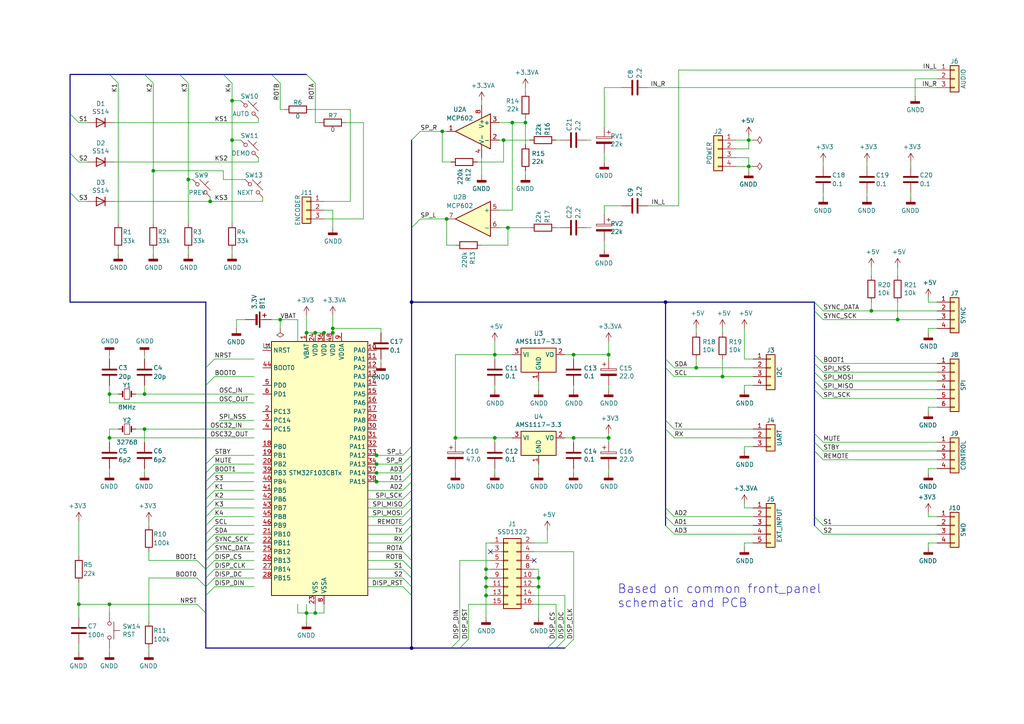
<source format=kicad_sch>
(kicad_sch (version 20230121) (generator eeschema)
  (paper "A4")
  (junction (at 140.97 170.18))
  (junction (at 41.91 124.46))
  (junction (at 96.52 96.52))
  (junction (at 81.28 92.71))
  (junction (at 22.86 175.26))
  (junction (at 41.91 114.3))
  (junction (at 147.32 66.04))
  (junction (at 119.38 87.63))
  (junction (at 132.08 127))
  (junction (at 129.54 63.5))
  (junction (at 176.53 102.87))
  (junction (at 140.97 165.1))
  (junction (at 96.52 95.25))
  (junction (at 217.17 40.64))
  (junction (at 193.04 87.63))
  (junction (at 140.97 172.72))
  (junction (at 252.73 90.17))
  (junction (at 60.96 58.42))
  (junction (at 91.44 96.52))
  (junction (at 67.31 40.64))
  (junction (at 31.75 175.26))
  (junction (at 109.22 139.7))
  (junction (at 140.97 167.64))
  (junction (at 143.51 102.87))
  (junction (at 156.21 167.64))
  (junction (at 156.21 170.18))
  (junction (at 44.45 49.53))
  (junction (at 217.17 48.26))
  (junction (at 260.35 92.71))
  (junction (at 148.59 35.56))
  (junction (at 109.22 132.08))
  (junction (at 31.75 127))
  (junction (at 209.55 109.22))
  (junction (at 128.27 38.1))
  (junction (at 176.53 127))
  (junction (at 166.37 127))
  (junction (at 143.51 127))
  (junction (at 152.4 35.56))
  (junction (at 119.38 187.96))
  (junction (at 109.22 134.62))
  (junction (at 201.93 106.68))
  (junction (at 109.22 137.16))
  (junction (at 54.61 52.07))
  (junction (at 88.9 177.8))
  (junction (at 31.75 114.3))
  (junction (at 146.05 40.64))
  (junction (at 67.31 29.21))
  (junction (at 88.9 96.52))
  (junction (at 166.37 102.87))
  (junction (at 93.98 96.52))
  (junction (at 91.44 177.8))
  (no_connect (at 142.24 160.02))
  (no_connect (at 154.94 162.56))
  (bus_entry (at 236.22 149.86) (size 2.54 2.54))
  (bus_entry (at 78.74 21.59) (size 2.54 2.54))
  (bus_entry (at 116.84 162.56) (size 2.54 2.54))
  (bus_entry (at 193.04 124.46) (size 2.54 2.54))
  (bus_entry (at 193.04 152.4) (size 2.54 2.54))
  (bus_entry (at 130.81 187.96) (size 2.54 -2.54))
  (bus_entry (at 59.69 134.62) (size 2.54 -2.54))
  (bus_entry (at 59.69 157.48) (size 2.54 -2.54))
  (bus_entry (at 121.92 38.1) (size -2.54 2.54))
  (bus_entry (at 57.15 162.56) (size 2.54 2.54))
  (bus_entry (at 59.69 154.94) (size 2.54 -2.54))
  (bus_entry (at 116.84 142.24) (size 2.54 -2.54))
  (bus_entry (at 20.32 55.88) (size 2.54 2.54))
  (bus_entry (at 20.32 33.02) (size 2.54 2.54))
  (bus_entry (at 236.22 128.27) (size 2.54 2.54))
  (bus_entry (at 236.22 113.03) (size 2.54 2.54))
  (bus_entry (at 62.23 104.14) (size -2.54 2.54))
  (bus_entry (at 116.84 165.1) (size 2.54 2.54))
  (bus_entry (at 62.23 147.32) (size -2.54 2.54))
  (bus_entry (at 59.69 137.16) (size 2.54 -2.54))
  (bus_entry (at 116.84 160.02) (size 2.54 2.54))
  (bus_entry (at 64.77 21.59) (size 2.54 2.54))
  (bus_entry (at 236.22 152.4) (size 2.54 2.54))
  (bus_entry (at 59.69 160.02) (size 2.54 -2.54))
  (bus_entry (at 193.04 149.86) (size 2.54 2.54))
  (bus_entry (at 116.84 147.32) (size 2.54 -2.54))
  (bus_entry (at 236.22 102.87) (size 2.54 2.54))
  (bus_entry (at 133.35 187.96) (size 2.54 -2.54))
  (bus_entry (at 62.23 109.22) (size -2.54 2.54))
  (bus_entry (at 236.22 107.95) (size 2.54 2.54))
  (bus_entry (at 236.22 105.41) (size 2.54 2.54))
  (bus_entry (at 59.69 167.64) (size 2.54 -2.54))
  (bus_entry (at 62.23 149.86) (size -2.54 2.54))
  (bus_entry (at 52.07 21.59) (size 2.54 2.54))
  (bus_entry (at 121.92 63.5) (size -2.54 2.54))
  (bus_entry (at 163.83 187.96) (size 2.54 -2.54))
  (bus_entry (at 88.9 21.59) (size 2.54 2.54))
  (bus_entry (at 116.84 137.16) (size 2.54 -2.54))
  (bus_entry (at 116.84 134.62) (size 2.54 -2.54))
  (bus_entry (at 116.84 170.18) (size 2.54 2.54))
  (bus_entry (at 116.84 154.94) (size 2.54 -2.54))
  (bus_entry (at 236.22 130.81) (size 2.54 2.54))
  (bus_entry (at 116.84 157.48) (size 2.54 -2.54))
  (bus_entry (at 59.69 165.1) (size 2.54 -2.54))
  (bus_entry (at 116.84 144.78) (size 2.54 -2.54))
  (bus_entry (at 236.22 125.73) (size 2.54 2.54))
  (bus_entry (at 116.84 167.64) (size 2.54 2.54))
  (bus_entry (at 158.75 187.96) (size 2.54 -2.54))
  (bus_entry (at 193.04 147.32) (size 2.54 2.54))
  (bus_entry (at 41.91 21.59) (size 2.54 2.54))
  (bus_entry (at 62.23 142.24) (size -2.54 2.54))
  (bus_entry (at 62.23 139.7) (size -2.54 2.54))
  (bus_entry (at 31.75 21.59) (size 2.54 2.54))
  (bus_entry (at 62.23 137.16) (size -2.54 2.54))
  (bus_entry (at 20.32 44.45) (size 2.54 2.54))
  (bus_entry (at 59.69 162.56) (size 2.54 -2.54))
  (bus_entry (at 62.23 144.78) (size -2.54 2.54))
  (bus_entry (at 236.22 90.17) (size 2.54 2.54))
  (bus_entry (at 116.84 132.08) (size 2.54 -2.54))
  (bus_entry (at 161.29 187.96) (size 2.54 -2.54))
  (bus_entry (at 59.69 172.72) (size 2.54 -2.54))
  (bus_entry (at 59.69 170.18) (size 2.54 -2.54))
  (bus_entry (at 116.84 139.7) (size 2.54 -2.54))
  (bus_entry (at 193.04 104.14) (size 2.54 2.54))
  (bus_entry (at 57.15 175.26) (size 2.54 2.54))
  (bus_entry (at 116.84 152.4) (size 2.54 -2.54))
  (bus_entry (at 193.04 106.68) (size 2.54 2.54))
  (bus_entry (at 116.84 149.86) (size 2.54 -2.54))
  (bus_entry (at 236.22 87.63) (size 2.54 2.54))
  (bus_entry (at 193.04 121.92) (size 2.54 2.54))
  (bus_entry (at 57.15 167.64) (size 2.54 2.54))
  (bus_entry (at 236.22 110.49) (size 2.54 2.54))
  (wire (pts (xy 139.7 29.21) (xy 139.7 30.48)))
  (bus (pts (xy 119.38 139.7) (xy 119.38 142.24)))
  (wire (pts (xy 81.28 95.25) (xy 81.28 92.71)))
  (wire (pts (xy 60.96 58.42) (xy 76.2 58.42)))
  (wire (pts (xy 175.26 72.39) (xy 175.26 69.85)))
  (bus (pts (xy 119.38 87.63) (xy 119.38 129.54)))
  (wire (pts (xy 22.86 151.13) (xy 22.86 161.29)))
  (bus (pts (xy 119.38 154.94) (xy 119.38 162.56)))
  (wire (pts (xy 31.75 116.84) (xy 73.66 116.84)))
  (bus (pts (xy 236.22 110.49) (xy 236.22 113.03)))
  (wire (pts (xy 213.36 43.18) (xy 217.17 43.18)))
  (wire (pts (xy 218.44 111.76) (xy 215.9 111.76)))
  (bus (pts (xy 119.38 137.16) (xy 119.38 139.7)))
  (wire (pts (xy 154.94 170.18) (xy 156.21 170.18)))
  (wire (pts (xy 176.53 125.73) (xy 176.53 127)))
  (bus (pts (xy 193.04 87.63) (xy 236.22 87.63)))
  (wire (pts (xy 34.29 114.3) (xy 31.75 114.3)))
  (wire (pts (xy 271.78 135.89) (xy 269.24 135.89)))
  (wire (pts (xy 138.43 46.99) (xy 146.05 46.99)))
  (wire (pts (xy 41.91 114.3) (xy 73.66 114.3)))
  (wire (pts (xy 148.59 60.96) (xy 144.78 60.96)))
  (wire (pts (xy 60.96 57.15) (xy 60.96 58.42)))
  (wire (pts (xy 92.71 35.56) (xy 91.44 35.56)))
  (wire (pts (xy 218.44 129.54) (xy 215.9 129.54)))
  (bus (pts (xy 41.91 21.59) (xy 52.07 21.59)))
  (wire (pts (xy 31.75 124.46) (xy 31.75 127)))
  (wire (pts (xy 161.29 175.26) (xy 161.29 185.42)))
  (wire (pts (xy 31.75 102.87) (xy 31.75 104.14)))
  (bus (pts (xy 236.22 107.95) (xy 236.22 110.49)))
  (wire (pts (xy 144.78 35.56) (xy 148.59 35.56)))
  (wire (pts (xy 74.93 45.72) (xy 74.93 46.99)))
  (wire (pts (xy 71.12 52.07) (xy 64.77 52.07)))
  (wire (pts (xy 156.21 110.49) (xy 156.21 113.03)))
  (wire (pts (xy 163.83 127) (xy 166.37 127)))
  (bus (pts (xy 119.38 40.64) (xy 119.38 66.04)))
  (wire (pts (xy 209.55 104.14) (xy 209.55 109.22)))
  (bus (pts (xy 119.38 132.08) (xy 119.38 134.62)))
  (wire (pts (xy 252.73 90.17) (xy 271.78 90.17)))
  (wire (pts (xy 135.89 175.26) (xy 142.24 175.26)))
  (wire (pts (xy 154.94 165.1) (xy 156.21 165.1)))
  (wire (pts (xy 81.28 92.71) (xy 86.36 92.71)))
  (wire (pts (xy 195.58 154.94) (xy 218.44 154.94)))
  (wire (pts (xy 143.51 127) (xy 132.08 127)))
  (wire (pts (xy 116.84 170.18) (xy 106.68 170.18)))
  (wire (pts (xy 34.29 72.39) (xy 34.29 73.66)))
  (wire (pts (xy 43.18 167.64) (xy 43.18 180.34)))
  (wire (pts (xy 154.94 167.64) (xy 156.21 167.64)))
  (bus (pts (xy 130.81 187.96) (xy 133.35 187.96)))
  (wire (pts (xy 269.24 157.48) (xy 269.24 158.75)))
  (wire (pts (xy 217.17 40.64) (xy 218.44 40.64)))
  (wire (pts (xy 73.66 170.18) (xy 62.23 170.18)))
  (wire (pts (xy 73.66 154.94) (xy 62.23 154.94)))
  (bus (pts (xy 236.22 149.86) (xy 236.22 152.4)))
  (wire (pts (xy 41.91 114.3) (xy 41.91 111.76)))
  (bus (pts (xy 20.32 21.59) (xy 20.32 33.02)))
  (wire (pts (xy 195.58 124.46) (xy 218.44 124.46)))
  (bus (pts (xy 31.75 21.59) (xy 41.91 21.59)))
  (bus (pts (xy 52.07 21.59) (xy 64.77 21.59)))
  (wire (pts (xy 142.24 167.64) (xy 140.97 167.64)))
  (wire (pts (xy 128.27 46.99) (xy 128.27 38.1)))
  (wire (pts (xy 128.27 38.1) (xy 121.92 38.1)))
  (bus (pts (xy 158.75 187.96) (xy 161.29 187.96)))
  (wire (pts (xy 101.6 58.42) (xy 101.6 31.75)))
  (bus (pts (xy 59.69 172.72) (xy 59.69 177.8)))
  (bus (pts (xy 119.38 87.63) (xy 193.04 87.63)))
  (wire (pts (xy 74.93 34.29) (xy 74.93 35.56)))
  (wire (pts (xy 143.51 99.06) (xy 143.51 102.87)))
  (wire (pts (xy 67.31 73.66) (xy 67.31 72.39)))
  (wire (pts (xy 64.77 49.53) (xy 64.77 52.07)))
  (bus (pts (xy 119.38 66.04) (xy 119.38 87.63)))
  (wire (pts (xy 100.33 35.56) (xy 105.41 35.56)))
  (wire (pts (xy 44.45 72.39) (xy 44.45 73.66)))
  (wire (pts (xy 76.2 57.15) (xy 76.2 58.42)))
  (wire (pts (xy 271.78 115.57) (xy 238.76 115.57)))
  (bus (pts (xy 236.22 90.17) (xy 236.22 102.87)))
  (bus (pts (xy 193.04 124.46) (xy 193.04 147.32)))
  (wire (pts (xy 271.78 95.25) (xy 269.24 95.25)))
  (wire (pts (xy 143.51 102.87) (xy 143.51 104.14)))
  (wire (pts (xy 139.7 71.12) (xy 147.32 71.12)))
  (wire (pts (xy 156.21 170.18) (xy 156.21 179.07)))
  (wire (pts (xy 269.24 95.25) (xy 269.24 96.52)))
  (wire (pts (xy 73.66 165.1) (xy 62.23 165.1)))
  (wire (pts (xy 110.49 105.41) (xy 110.49 104.14)))
  (wire (pts (xy 148.59 35.56) (xy 152.4 35.56)))
  (wire (pts (xy 215.9 129.54) (xy 215.9 130.81)))
  (wire (pts (xy 152.4 34.29) (xy 152.4 35.56)))
  (bus (pts (xy 193.04 147.32) (xy 193.04 149.86)))
  (wire (pts (xy 209.55 95.25) (xy 209.55 96.52)))
  (wire (pts (xy 67.31 40.64) (xy 69.85 40.64)))
  (wire (pts (xy 34.29 124.46) (xy 31.75 124.46)))
  (wire (pts (xy 22.86 46.99) (xy 25.4 46.99)))
  (bus (pts (xy 133.35 187.96) (xy 158.75 187.96)))
  (wire (pts (xy 44.45 49.53) (xy 44.45 64.77)))
  (wire (pts (xy 105.41 35.56) (xy 105.41 63.5)))
  (wire (pts (xy 73.66 139.7) (xy 62.23 139.7)))
  (wire (pts (xy 93.98 96.52) (xy 91.44 96.52)))
  (bus (pts (xy 119.38 144.78) (xy 119.38 147.32)))
  (wire (pts (xy 81.28 24.13) (xy 81.28 31.75)))
  (wire (pts (xy 264.16 57.15) (xy 264.16 55.88)))
  (wire (pts (xy 271.78 118.11) (xy 269.24 118.11)))
  (bus (pts (xy 59.69 152.4) (xy 59.69 154.94)))
  (wire (pts (xy 22.86 58.42) (xy 25.4 58.42)))
  (wire (pts (xy 133.35 162.56) (xy 133.35 185.42)))
  (wire (pts (xy 215.9 147.32) (xy 215.9 146.05)))
  (wire (pts (xy 238.76 92.71) (xy 260.35 92.71)))
  (bus (pts (xy 161.29 187.96) (xy 163.83 187.96)))
  (bus (pts (xy 59.69 165.1) (xy 59.69 167.64)))
  (wire (pts (xy 129.54 71.12) (xy 129.54 63.5)))
  (wire (pts (xy 116.84 132.08) (xy 109.22 132.08)))
  (wire (pts (xy 73.66 134.62) (xy 62.23 134.62)))
  (bus (pts (xy 59.69 144.78) (xy 59.69 147.32)))
  (wire (pts (xy 31.75 177.8) (xy 31.75 175.26)))
  (wire (pts (xy 44.45 24.13) (xy 44.45 49.53)))
  (wire (pts (xy 143.51 135.89) (xy 143.51 137.16)))
  (wire (pts (xy 110.49 95.25) (xy 96.52 95.25)))
  (wire (pts (xy 209.55 109.22) (xy 218.44 109.22)))
  (wire (pts (xy 154.94 160.02) (xy 166.37 160.02)))
  (wire (pts (xy 96.52 66.04) (xy 96.52 60.96)))
  (wire (pts (xy 271.78 152.4) (xy 238.76 152.4)))
  (wire (pts (xy 22.86 189.23) (xy 22.86 186.69)))
  (wire (pts (xy 271.78 154.94) (xy 238.76 154.94)))
  (wire (pts (xy 109.22 132.08) (xy 106.68 132.08)))
  (bus (pts (xy 119.38 147.32) (xy 119.38 149.86)))
  (wire (pts (xy 143.51 128.27) (xy 143.51 127)))
  (wire (pts (xy 152.4 25.4) (xy 152.4 26.67)))
  (wire (pts (xy 39.37 114.3) (xy 41.91 114.3)))
  (wire (pts (xy 78.74 92.71) (xy 81.28 92.71)))
  (wire (pts (xy 187.96 25.4) (xy 271.78 25.4)))
  (wire (pts (xy 22.86 168.91) (xy 22.86 175.26)))
  (bus (pts (xy 59.69 160.02) (xy 59.69 162.56)))
  (wire (pts (xy 88.9 180.34) (xy 88.9 177.8)))
  (wire (pts (xy 140.97 170.18) (xy 140.97 167.64)))
  (wire (pts (xy 88.9 91.44) (xy 88.9 96.52)))
  (wire (pts (xy 116.84 157.48) (xy 106.68 157.48)))
  (bus (pts (xy 119.38 162.56) (xy 119.38 165.1)))
  (wire (pts (xy 57.15 162.56) (xy 43.18 162.56)))
  (wire (pts (xy 213.36 48.26) (xy 217.17 48.26)))
  (wire (pts (xy 196.85 20.32) (xy 271.78 20.32)))
  (wire (pts (xy 147.32 66.04) (xy 153.67 66.04)))
  (wire (pts (xy 238.76 110.49) (xy 271.78 110.49)))
  (wire (pts (xy 33.02 46.99) (xy 74.93 46.99)))
  (wire (pts (xy 128.27 38.1) (xy 129.54 38.1)))
  (bus (pts (xy 236.22 87.63) (xy 236.22 90.17)))
  (bus (pts (xy 119.38 167.64) (xy 119.38 170.18)))
  (wire (pts (xy 67.31 40.64) (xy 67.31 29.21)))
  (wire (pts (xy 132.08 127) (xy 132.08 128.27)))
  (bus (pts (xy 236.22 113.03) (xy 236.22 125.73)))
  (wire (pts (xy 218.44 104.14) (xy 215.9 104.14)))
  (bus (pts (xy 193.04 87.63) (xy 193.04 104.14)))
  (wire (pts (xy 213.36 40.64) (xy 217.17 40.64)))
  (wire (pts (xy 109.22 137.16) (xy 116.84 137.16)))
  (wire (pts (xy 269.24 118.11) (xy 269.24 119.38)))
  (wire (pts (xy 67.31 40.64) (xy 67.31 64.77)))
  (wire (pts (xy 180.34 25.4) (xy 175.26 25.4)))
  (wire (pts (xy 68.58 92.71) (xy 71.12 92.71)))
  (wire (pts (xy 148.59 35.56) (xy 148.59 60.96)))
  (wire (pts (xy 217.17 48.26) (xy 217.17 49.53)))
  (wire (pts (xy 217.17 48.26) (xy 218.44 48.26)))
  (wire (pts (xy 147.32 71.12) (xy 147.32 66.04)))
  (bus (pts (xy 119.38 165.1) (xy 119.38 167.64)))
  (wire (pts (xy 43.18 162.56) (xy 43.18 160.02)))
  (wire (pts (xy 31.75 127) (xy 31.75 128.27)))
  (bus (pts (xy 59.69 187.96) (xy 119.38 187.96)))
  (wire (pts (xy 91.44 175.26) (xy 91.44 177.8)))
  (wire (pts (xy 238.76 107.95) (xy 271.78 107.95)))
  (wire (pts (xy 143.51 102.87) (xy 148.59 102.87)))
  (wire (pts (xy 91.44 99.06) (xy 91.44 96.52)))
  (wire (pts (xy 116.84 134.62) (xy 109.22 134.62)))
  (wire (pts (xy 176.53 102.87) (xy 176.53 104.14)))
  (wire (pts (xy 140.97 172.72) (xy 140.97 170.18)))
  (bus (pts (xy 193.04 104.14) (xy 193.04 106.68)))
  (bus (pts (xy 59.69 167.64) (xy 59.69 170.18)))
  (bus (pts (xy 59.69 106.68) (xy 59.69 111.76)))
  (wire (pts (xy 166.37 127) (xy 176.53 127)))
  (bus (pts (xy 59.69 139.7) (xy 59.69 142.24)))
  (wire (pts (xy 129.54 63.5) (xy 121.92 63.5)))
  (wire (pts (xy 269.24 135.89) (xy 269.24 137.16)))
  (wire (pts (xy 73.66 157.48) (xy 62.23 157.48)))
  (wire (pts (xy 39.37 124.46) (xy 41.91 124.46)))
  (wire (pts (xy 176.53 127) (xy 176.53 128.27)))
  (wire (pts (xy 217.17 40.64) (xy 217.17 39.37)))
  (wire (pts (xy 91.44 24.13) (xy 91.44 35.56)))
  (wire (pts (xy 201.93 106.68) (xy 218.44 106.68)))
  (wire (pts (xy 195.58 127) (xy 218.44 127)))
  (wire (pts (xy 166.37 111.76) (xy 166.37 113.03)))
  (wire (pts (xy 96.52 95.25) (xy 96.52 96.52)))
  (wire (pts (xy 62.23 142.24) (xy 73.66 142.24)))
  (bus (pts (xy 119.38 134.62) (xy 119.38 137.16)))
  (wire (pts (xy 176.53 111.76) (xy 176.53 113.03)))
  (wire (pts (xy 166.37 104.14) (xy 166.37 102.87)))
  (bus (pts (xy 119.38 129.54) (xy 119.38 132.08)))
  (wire (pts (xy 166.37 102.87) (xy 176.53 102.87)))
  (wire (pts (xy 139.7 50.8) (xy 139.7 45.72)))
  (wire (pts (xy 196.85 20.32) (xy 196.85 59.69)))
  (bus (pts (xy 236.22 128.27) (xy 236.22 130.81)))
  (wire (pts (xy 130.81 46.99) (xy 128.27 46.99)))
  (bus (pts (xy 119.38 170.18) (xy 119.38 172.72)))
  (bus (pts (xy 20.32 21.59) (xy 31.75 21.59)))
  (wire (pts (xy 144.78 66.04) (xy 147.32 66.04)))
  (bus (pts (xy 59.69 87.63) (xy 20.32 87.63)))
  (bus (pts (xy 119.38 187.96) (xy 130.81 187.96)))
  (bus (pts (xy 59.69 149.86) (xy 59.69 152.4)))
  (wire (pts (xy 215.9 111.76) (xy 215.9 113.03)))
  (wire (pts (xy 116.84 149.86) (xy 106.68 149.86)))
  (wire (pts (xy 163.83 102.87) (xy 166.37 102.87)))
  (wire (pts (xy 143.51 113.03) (xy 143.51 111.76)))
  (wire (pts (xy 142.24 165.1) (xy 140.97 165.1)))
  (bus (pts (xy 59.69 147.32) (xy 59.69 149.86)))
  (wire (pts (xy 132.08 127) (xy 132.08 102.87)))
  (bus (pts (xy 59.69 87.63) (xy 59.69 106.68)))
  (wire (pts (xy 218.44 157.48) (xy 215.9 157.48)))
  (bus (pts (xy 119.38 142.24) (xy 119.38 144.78)))
  (wire (pts (xy 271.78 113.03) (xy 238.76 113.03)))
  (wire (pts (xy 86.36 99.06) (xy 86.36 92.71)))
  (wire (pts (xy 251.46 57.15) (xy 251.46 55.88)))
  (wire (pts (xy 271.78 105.41) (xy 238.76 105.41)))
  (wire (pts (xy 54.61 52.07) (xy 54.61 64.77)))
  (wire (pts (xy 271.78 22.86) (xy 265.43 22.86)))
  (wire (pts (xy 269.24 149.86) (xy 269.24 148.59)))
  (wire (pts (xy 106.68 137.16) (xy 109.22 137.16)))
  (wire (pts (xy 271.78 149.86) (xy 269.24 149.86)))
  (wire (pts (xy 162.56 40.64) (xy 161.29 40.64)))
  (bus (pts (xy 78.74 21.59) (xy 88.9 21.59)))
  (wire (pts (xy 88.9 175.26) (xy 88.9 177.8)))
  (wire (pts (xy 133.35 162.56) (xy 142.24 162.56)))
  (wire (pts (xy 215.9 104.14) (xy 215.9 95.25)))
  (wire (pts (xy 166.37 128.27) (xy 166.37 127)))
  (wire (pts (xy 116.84 160.02) (xy 106.68 160.02)))
  (wire (pts (xy 201.93 95.25) (xy 201.93 96.52)))
  (wire (pts (xy 63.5 121.92) (xy 73.66 121.92)))
  (wire (pts (xy 41.91 124.46) (xy 73.66 124.46)))
  (bus (pts (xy 20.32 55.88) (xy 20.32 87.63)))
  (wire (pts (xy 96.52 60.96) (xy 93.98 60.96)))
  (wire (pts (xy 271.78 133.35) (xy 238.76 133.35)))
  (wire (pts (xy 142.24 170.18) (xy 140.97 170.18)))
  (wire (pts (xy 93.98 99.06) (xy 93.98 96.52)))
  (bus (pts (xy 119.38 149.86) (xy 119.38 152.4)))
  (wire (pts (xy 31.75 127) (xy 73.66 127)))
  (wire (pts (xy 238.76 46.99) (xy 238.76 48.26)))
  (bus (pts (xy 59.69 134.62) (xy 59.69 137.16)))
  (wire (pts (xy 54.61 24.13) (xy 54.61 52.07)))
  (wire (pts (xy 116.84 154.94) (xy 106.68 154.94)))
  (wire (pts (xy 154.94 172.72) (xy 163.83 172.72)))
  (bus (pts (xy 59.69 111.76) (xy 59.69 134.62)))
  (wire (pts (xy 238.76 90.17) (xy 252.73 90.17)))
  (bus (pts (xy 20.32 44.45) (xy 20.32 55.88)))
  (wire (pts (xy 135.89 175.26) (xy 135.89 185.42)))
  (bus (pts (xy 236.22 102.87) (xy 236.22 105.41)))
  (wire (pts (xy 93.98 177.8) (xy 91.44 177.8)))
  (wire (pts (xy 31.75 114.3) (xy 31.75 111.76)))
  (wire (pts (xy 142.24 157.48) (xy 140.97 157.48)))
  (wire (pts (xy 73.66 152.4) (xy 62.23 152.4)))
  (wire (pts (xy 22.86 175.26) (xy 31.75 175.26)))
  (wire (pts (xy 109.22 139.7) (xy 116.84 139.7)))
  (bus (pts (xy 193.04 149.86) (xy 193.04 152.4)))
  (bus (pts (xy 193.04 106.68) (xy 193.04 121.92)))
  (wire (pts (xy 62.23 147.32) (xy 73.66 147.32)))
  (bus (pts (xy 193.04 121.92) (xy 193.04 124.46)))
  (wire (pts (xy 215.9 157.48) (xy 215.9 158.75)))
  (wire (pts (xy 175.26 59.69) (xy 175.26 62.23)))
  (wire (pts (xy 156.21 165.1) (xy 156.21 167.64)))
  (bus (pts (xy 119.38 172.72) (xy 119.38 187.96)))
  (wire (pts (xy 73.66 137.16) (xy 62.23 137.16)))
  (wire (pts (xy 201.93 104.14) (xy 201.93 106.68)))
  (bus (pts (xy 236.22 105.41) (xy 236.22 107.95)))
  (wire (pts (xy 41.91 102.87) (xy 41.91 104.14)))
  (bus (pts (xy 119.38 152.4) (xy 119.38 154.94)))
  (wire (pts (xy 41.91 128.27) (xy 41.91 124.46)))
  (wire (pts (xy 43.18 151.13) (xy 43.18 152.4)))
  (wire (pts (xy 73.66 162.56) (xy 62.23 162.56)))
  (wire (pts (xy 33.02 35.56) (xy 74.93 35.56)))
  (wire (pts (xy 91.44 96.52) (xy 88.9 96.52)))
  (wire (pts (xy 109.22 134.62) (xy 106.68 134.62)))
  (wire (pts (xy 88.9 177.8) (xy 86.36 177.8)))
  (wire (pts (xy 73.66 149.86) (xy 62.23 149.86)))
  (wire (pts (xy 25.4 35.56) (xy 22.86 35.56)))
  (wire (pts (xy 41.91 137.16) (xy 41.91 135.89)))
  (wire (pts (xy 91.44 177.8) (xy 88.9 177.8)))
  (wire (pts (xy 260.35 92.71) (xy 271.78 92.71)))
  (wire (pts (xy 217.17 45.72) (xy 217.17 48.26)))
  (wire (pts (xy 116.84 162.56) (xy 106.68 162.56)))
  (wire (pts (xy 116.84 144.78) (xy 106.68 144.78)))
  (wire (pts (xy 90.17 31.75) (xy 101.6 31.75)))
  (wire (pts (xy 57.15 175.26) (xy 31.75 175.26)))
  (wire (pts (xy 54.61 72.39) (xy 54.61 73.66)))
  (wire (pts (xy 31.75 135.89) (xy 31.75 137.16)))
  (bus (pts (xy 59.69 142.24) (xy 59.69 144.78)))
  (wire (pts (xy 154.94 175.26) (xy 161.29 175.26)))
  (wire (pts (xy 93.98 175.26) (xy 93.98 177.8)))
  (wire (pts (xy 116.84 165.1) (xy 106.68 165.1)))
  (wire (pts (xy 260.35 77.47) (xy 260.35 80.01)))
  (wire (pts (xy 140.97 179.07) (xy 140.97 172.72)))
  (wire (pts (xy 175.26 46.99) (xy 175.26 44.45)))
  (wire (pts (xy 152.4 50.8) (xy 152.4 49.53)))
  (wire (pts (xy 187.96 59.69) (xy 196.85 59.69)))
  (wire (pts (xy 162.56 66.04) (xy 161.29 66.04)))
  (wire (pts (xy 132.08 135.89) (xy 132.08 137.16)))
  (wire (pts (xy 43.18 189.23) (xy 43.18 187.96)))
  (wire (pts (xy 110.49 96.52) (xy 110.49 95.25)))
  (wire (pts (xy 68.58 95.25) (xy 68.58 92.71)))
  (wire (pts (xy 73.66 132.08) (xy 62.23 132.08)))
  (wire (pts (xy 217.17 43.18) (xy 217.17 40.64)))
  (wire (pts (xy 106.68 152.4) (xy 116.84 152.4)))
  (wire (pts (xy 269.24 87.63) (xy 269.24 86.36)))
  (wire (pts (xy 271.78 87.63) (xy 269.24 87.63)))
  (wire (pts (xy 140.97 167.64) (xy 140.97 165.1)))
  (wire (pts (xy 33.02 58.42) (xy 60.96 58.42)))
  (wire (pts (xy 57.15 167.64) (xy 43.18 167.64)))
  (wire (pts (xy 146.05 46.99) (xy 146.05 40.64)))
  (wire (pts (xy 252.73 87.63) (xy 252.73 90.17)))
  (wire (pts (xy 166.37 135.89) (xy 166.37 137.16)))
  (bus (pts (xy 59.69 162.56) (xy 59.69 165.1)))
  (wire (pts (xy 176.53 99.06) (xy 176.53 102.87)))
  (wire (pts (xy 271.78 130.81) (xy 238.76 130.81)))
  (wire (pts (xy 67.31 29.21) (xy 69.85 29.21)))
  (wire (pts (xy 31.75 116.84) (xy 31.75 114.3)))
  (wire (pts (xy 271.78 128.27) (xy 238.76 128.27)))
  (wire (pts (xy 264.16 46.99) (xy 264.16 48.26)))
  (bus (pts (xy 59.69 154.94) (xy 59.69 157.48)))
  (wire (pts (xy 195.58 152.4) (xy 218.44 152.4)))
  (bus (pts (xy 59.69 170.18) (xy 59.69 172.72)))
  (wire (pts (xy 175.26 25.4) (xy 175.26 36.83)))
  (wire (pts (xy 140.97 165.1) (xy 140.97 157.48)))
  (wire (pts (xy 22.86 179.07) (xy 22.86 175.26)))
  (wire (pts (xy 166.37 160.02) (xy 166.37 185.42)))
  (bus (pts (xy 236.22 130.81) (xy 236.22 149.86)))
  (wire (pts (xy 195.58 109.22) (xy 209.55 109.22)))
  (wire (pts (xy 143.51 127) (xy 148.59 127)))
  (wire (pts (xy 213.36 45.72) (xy 217.17 45.72)))
  (bus (pts (xy 20.32 33.02) (xy 20.32 44.45)))
  (wire (pts (xy 171.45 40.64) (xy 170.18 40.64)))
  (wire (pts (xy 106.68 139.7) (xy 109.22 139.7)))
  (wire (pts (xy 156.21 134.62) (xy 156.21 137.16)))
  (wire (pts (xy 82.55 31.75) (xy 81.28 31.75)))
  (wire (pts (xy 251.46 46.99) (xy 251.46 48.26)))
  (wire (pts (xy 106.68 142.24) (xy 116.84 142.24)))
  (wire (pts (xy 146.05 40.64) (xy 153.67 40.64)))
  (bus (pts (xy 59.69 137.16) (xy 59.69 139.7)))
  (wire (pts (xy 163.83 172.72) (xy 163.83 185.42)))
  (wire (pts (xy 156.21 167.64) (xy 156.21 170.18)))
  (wire (pts (xy 195.58 149.86) (xy 218.44 149.86)))
  (wire (pts (xy 271.78 157.48) (xy 269.24 157.48)))
  (wire (pts (xy 265.43 22.86) (xy 265.43 27.94)))
  (wire (pts (xy 93.98 63.5) (xy 105.41 63.5)))
  (wire (pts (xy 93.98 58.42) (xy 101.6 58.42)))
  (bus (pts (xy 64.77 21.59) (xy 78.74 21.59)))
  (wire (pts (xy 96.52 96.52) (xy 96.52 99.06)))
  (wire (pts (xy 158.75 157.48) (xy 158.75 153.67)))
  (wire (pts (xy 260.35 87.63) (xy 260.35 92.71)))
  (wire (pts (xy 132.08 71.12) (xy 129.54 71.12)))
  (wire (pts (xy 132.08 102.87) (xy 143.51 102.87)))
  (bus (pts (xy 59.69 177.8) (xy 59.69 187.96)))
  (wire (pts (xy 86.36 177.8) (xy 86.36 175.26)))
  (wire (pts (xy 67.31 29.21) (xy 67.31 24.13)))
  (wire (pts (xy 73.66 160.02) (xy 62.23 160.02)))
  (wire (pts (xy 73.66 167.64) (xy 62.23 167.64)))
  (wire (pts (xy 154.94 157.48) (xy 158.75 157.48)))
  (wire (pts (xy 176.53 135.89) (xy 176.53 137.16)))
  (wire (pts (xy 88.9 96.52) (xy 88.9 99.06)))
  (bus (pts (xy 236.22 125.73) (xy 236.22 128.27)))
  (wire (pts (xy 96.52 91.44) (xy 96.52 95.25)))
  (wire (pts (xy 73.66 104.14) (xy 62.23 104.14)))
  (wire (pts (xy 34.29 24.13) (xy 34.29 64.77)))
  (wire (pts (xy 31.75 189.23) (xy 31.75 187.96)))
  (wire (pts (xy 55.88 52.07) (xy 54.61 52.07)))
  (wire (pts (xy 44.45 49.53) (xy 64.77 49.53)))
  (wire (pts (xy 252.73 77.47) (xy 252.73 80.01)))
  (wire (pts (xy 116.84 147.32) (xy 106.68 147.32)))
  (bus (pts (xy 59.69 157.48) (xy 59.69 160.02)))
  (wire (pts (xy 144.78 40.64) (xy 146.05 40.64)))
  (wire (pts (xy 73.66 144.78) (xy 62.23 144.78)))
  (wire (pts (xy 142.24 172.72) (xy 140.97 172.72)))
  (wire (pts (xy 171.45 66.04) (xy 170.18 66.04)))
  (wire (pts (xy 238.76 57.15) (xy 238.76 55.88)))
  (wire (pts (xy 218.44 147.32) (xy 215.9 147.32)))
  (wire (pts (xy 152.4 35.56) (xy 152.4 41.91)))
  (wire (pts (xy 195.58 106.68) (xy 201.93 106.68)))
  (wire (pts (xy 73.66 109.22) (xy 62.23 109.22)))
  (wire (pts (xy 116.84 167.64) (xy 106.68 167.64)))
  (wire (pts (xy 180.34 59.69) (xy 175.26 59.69)))
  (text "Based on common front_panel\nschematic and PCB" (at 179.07 176.53 0) (effects (font (size 2.54 2.54)) (justify left bottom)))
  (label "REMOTE" (at 238.76 133.35 0))
  (label "S2" (at 22.86 46.99 0))
  (label "DISP_CS" (at 161.29 185.42 90))
  (label "KS3" (at 62.23 58.42 0))
  (label "RX" (at 195.58 127 0))
  (label "STBY" (at 238.76 130.81 0))
  (label "DISP_RST" (at 135.89 185.42 90))
  (label "RX" (at 116.84 157.48 180))
  (label "REMOTE" (at 116.84 152.4 180))
  (label "VBAT" (at 81.28 92.71 0))
  (label "STBY" (at 62.23 132.08 0))
  (label "IN_R" (at 193.04 25.4 180))
  (label "DISP_DIN" (at 62.23 170.18 0))
  (label "NRST" (at 62.23 104.14 0))
  (label "DISP_RST" (at 116.84 170.18 180))
  (label "BOOT0" (at 62.23 109.22 0))
  (label "IN_L" (at 193.04 59.69 180))
  (label "AD2" (at 116.84 142.24 180))
  (label "OSC32_IN" (at 60.96 124.46 0))
  (label "KS1" (at 62.23 35.56 0))
  (label "SPI_MISO" (at 116.84 147.32 180))
  (label "MUTE" (at 62.23 134.62 0))
  (label "SP_L" (at 116.84 132.08 180))
  (label "KS2" (at 62.23 46.99 0))
  (label "K2" (at 62.23 144.78 0))
  (label "NRST" (at 57.15 175.26 180))
  (label "S2" (at 238.76 154.94 0))
  (label "SPI_MOSI" (at 238.76 110.49 0))
  (label "SPI_MISO" (at 238.76 113.03 0))
  (label "OSC_IN" (at 63.5 114.3 0))
  (label "TX" (at 195.58 124.46 0))
  (label "IN_L" (at 271.78 20.32 180))
  (label "SPI_SCK" (at 238.76 115.57 0))
  (label "SPI_MOSI" (at 116.84 149.86 180))
  (label "ROTA" (at 91.44 24.13 270))
  (label "SPI_NSS" (at 63.5 121.92 0))
  (label "SYNC_DATA" (at 62.23 160.02 0))
  (label "SDA" (at 62.23 154.94 0))
  (label "SP_L" (at 121.92 63.5 0))
  (label "SPI_NSS" (at 238.76 107.95 0))
  (label "AD3" (at 116.84 137.16 180))
  (label "K4" (at 62.23 149.86 0))
  (label "DISP_DC" (at 163.83 185.42 90))
  (label "S3" (at 22.86 58.42 0))
  (label "SYNC_SCK" (at 238.76 92.71 0))
  (label "K4" (at 67.31 24.13 270))
  (label "DISP_DC" (at 62.23 167.64 0))
  (label "ROTB" (at 116.84 162.56 180))
  (label "SPI_SCK" (at 116.84 144.78 180))
  (label "BOOT1" (at 238.76 105.41 0))
  (label "DISP_CLK" (at 62.23 165.1 0))
  (label "AD2" (at 195.58 149.86 0))
  (label "K3" (at 62.23 147.32 0))
  (label "ROTA" (at 116.84 160.02 180))
  (label "SDA" (at 195.58 106.68 0))
  (label "TX" (at 116.84 154.94 180))
  (label "AD1" (at 116.84 139.7 180))
  (label "S1" (at 238.76 152.4 0))
  (label "BOOT1" (at 62.23 137.16 0))
  (label "SYNC_DATA" (at 238.76 90.17 0))
  (label "K3" (at 54.61 24.13 270))
  (label "MUTE" (at 238.76 128.27 0))
  (label "SCL" (at 195.58 109.22 0))
  (label "SP_R" (at 116.84 134.62 180))
  (label "SCL" (at 62.23 152.4 0))
  (label "AD1" (at 195.58 152.4 0))
  (label "DISP_DIN" (at 133.35 185.42 90))
  (label "S1" (at 22.86 35.56 0))
  (label "S3" (at 62.23 139.7 0))
  (label "AD3" (at 195.58 154.94 0))
  (label "BOOT1" (at 57.15 162.56 180))
  (label "SP_R" (at 121.92 38.1 0))
  (label "S1" (at 116.84 165.1 180))
  (label "OSC32_OUT" (at 60.96 127 0))
  (label "DISP_CLK" (at 166.37 185.42 90))
  (label "K1" (at 62.23 142.24 0))
  (label "IN_R" (at 271.78 25.4 180))
  (label "OSC_OUT" (at 63.5 116.84 0))
  (label "K1" (at 34.29 24.13 270))
  (label "S2" (at 116.84 167.64 180))
  (label "K2" (at 44.45 24.13 270))
  (label "BOOT0" (at 57.15 167.64 180))
  (label "SYNC_SCK" (at 62.23 157.48 0))
  (label "ROTB" (at 81.28 24.13 270))
  (label "DISP_CS" (at 62.23 162.56 0))
  (symbol (lib_id "Switch:SW_Push_45deg") (at 72.39 31.75 0) (unit 1)
    (property "Reference" "SW10" (at 72.39 27.94 0))
    (property "Value" "AUTO" (at 69.85 33.02 0))
    (property "Footprint" "Button_Switch_THT:SW_PUSH_6mm" (effects hide))
  )
  (symbol (lib_id "Switch:SW_Push_45deg") (at 72.39 43.18 0) (unit 1)
    (property "Reference" "SW11" (at 72.39 39.37 0))
    (property "Value" "DEMO" (at 69.85 44.45 0))
    (property "Footprint" "Button_Switch_THT:SW_PUSH_6mm" (effects hide))
  )
  (symbol (lib_id "Switch:SW_Push_45deg") (at 73.66 54.61 0) (unit 1)
    (property "Reference" "SW13" (at 73.66 50.8 0))
    (property "Value" "NEXT" (at 71.12 55.88 0))
    (property "Footprint" "Button_Switch_THT:SW_PUSH_6mm" (effects hide))
  )
  (symbol (lib_id "Connector_Generic:Conn_01x03") (at 276.86 22.86 0) (unit 1)
    (property "Reference" "J6" (at 276.86 17.78 0))
    (property "Value" "AUDIO" (at 279.4 22.86 90))
    (property "Footprint" "Connector_JST:JST_EH_B3B-EH-A_1x03_P2.50mm_Vertical" (effects hide))
  )
  (symbol (lib_id "MCU_ST_STM32F1:STM32F103CBTx") (at 91.44 137.16 0) (unit 1)
    (property "Reference" "U1" (at 77.47 100.33 0))
    (property "Value" "STM32F103CBTx" (at 91.44 137.16 0))
    (property "Footprint" "Package_QFP:LQFP-48_7x7mm_P0.5mm" (effects hide))
    (property "Datasheet" "http://www.st.com/st-web-ui/static/active/en/resource/technical/document/datasheet/DM00058181.pdf" (effects hide))
  )
  (symbol (lib_id "power:PWR_FLAG") (at 218.44 40.64 270) (unit 1)
    (property "Reference" "#FLG0101" (effects hide))
    (property "Value" "PWR_FLAG" (effects hide))
  )
  (symbol (lib_id "Device:R") (at 260.35 83.82 0) (unit 1)
    (property "Reference" "R21" (at 262.128 82.6516 0) (effects (justify left)))
    (property "Value" "10k" (at 262.128 84.963 0) (effects (justify left)))
    (property "Footprint" "Resistor_SMD:R_1206_3216Metric_Pad1.30x1.75mm_HandSolder" (effects hide))
  )
  (symbol (lib_id "power:PWR_FLAG") (at 218.44 48.26 270) (unit 1)
    (property "Reference" "#FLG0102" (effects hide))
    (property "Value" "PWR_FLAG" (effects hide))
  )
  (symbol (lib_id "Device:R") (at 252.73 83.82 0) (unit 1)
    (property "Reference" "R20" (at 254.508 82.6516 0) (effects (justify left)))
    (property "Value" "10k" (at 254.508 84.963 0) (effects (justify left)))
    (property "Footprint" "Resistor_SMD:R_1206_3216Metric_Pad1.30x1.75mm_HandSolder" (effects hide))
  )
  (symbol (lib_id "power:+5V") (at 252.73 77.47 0) (unit 1)
    (property "Reference" "#PWR032" (effects hide))
    (property "Value" "+5V" (at 253.111 73.0758 0))
  )
  (symbol (lib_id "power:+5V") (at 260.35 77.47 0) (unit 1)
    (property "Reference" "#PWR033" (effects hide))
    (property "Value" "+5V" (at 260.731 73.0758 0))
  )
  (symbol (lib_id "power:GNDD") (at 88.9 180.34 0) (mirror y) (unit 1)
    (property "Reference" "#PWR012" (effects hide))
    (property "Value" "GNDD" (at 88.7984 184.277 0))
  )
  (symbol (lib_id "power:+3V3") (at 88.9 91.44 0) (mirror y) (unit 1)
    (property "Reference" "#PWR013" (effects hide))
    (property "Value" "+3V3" (at 88.519 87.0458 0))
  )
  (symbol (lib_id "Device:Crystal_Small") (at 36.83 124.46 0) (unit 1)
    (property "Reference" "Y2" (at 36.83 121.92 0))
    (property "Value" "32768" (at 36.83 128.27 0))
    (property "Footprint" "Crystal:Crystal_C38-LF_D3.0mm_L8.0mm_Vertical" (effects hide))
  )
  (symbol (lib_id "Device:Battery_Cell") (at 73.66 92.71 270) (mirror x) (unit 1)
    (property "Reference" "BT1" (at 76.0984 89.7128 0) (effects (justify left)))
    (property "Value" "3.3V" (at 73.787 89.7128 0) (effects (justify left)))
    (property "Footprint" "h-ms1110:CR1220" (effects hide))
  )
  (symbol (lib_id "Amplifier_Operational:MCP602") (at 137.16 38.1 0) (mirror y) (unit 1)
    (property "Reference" "U2" (at 133.35 31.75 0))
    (property "Value" "MCP602" (at 133.35 34.29 0))
    (property "Footprint" "Package_SO:SOIC-8_3.9x4.9mm_P1.27mm" (effects hide))
    (property "Datasheet" "http://ww1.microchip.com/downloads/en/DeviceDoc/21314g.pdf" (effects hide))
  )
  (symbol (lib_id "Amplifier_Operational:MCP602") (at 137.16 63.5 0) (mirror y) (unit 2)
    (property "Reference" "U2" (at 133.35 57.15 0))
    (property "Value" "MCP602" (at 133.35 59.69 0))
    (property "Footprint" "Package_SO:SOIC-8_3.9x4.9mm_P1.27mm" (effects hide))
    (property "Datasheet" "http://ww1.microchip.com/downloads/en/DeviceDoc/21314g.pdf" (effects hide))
  )
  (symbol (lib_id "Device:R") (at 152.4 45.72 0) (unit 1)
    (property "Reference" "R15" (at 154.178 44.5516 0) (effects (justify left)))
    (property "Value" "22k" (at 154.178 46.863 0) (effects (justify left)))
    (property "Footprint" "Resistor_SMD:R_1206_3216Metric_Pad1.30x1.75mm_HandSolder" (effects hide))
  )
  (symbol (lib_id "Device:R") (at 157.48 40.64 270) (mirror x) (unit 1)
    (property "Reference" "R16" (at 158.75 39.37 0) (effects (justify left)))
    (property "Value" "22k" (at 156.21 39.37 0) (effects (justify left)))
    (property "Footprint" "Resistor_SMD:R_1206_3216Metric_Pad1.30x1.75mm_HandSolder" (effects hide))
  )
  (symbol (lib_id "power:GNDD") (at 152.4 50.8 0) (mirror y) (unit 1)
    (property "Reference" "#PWR0106" (effects hide))
    (property "Value" "GNDD" (at 152.2984 54.737 0))
  )
  (symbol (lib_id "Device:R") (at 134.62 46.99 270) (unit 1)
    (property "Reference" "R12" (at 135.7884 48.768 0) (effects (justify left)))
    (property "Value" "220k" (at 133.477 48.768 0) (effects (justify left)))
    (property "Footprint" "Resistor_SMD:R_1206_3216Metric_Pad1.30x1.75mm_HandSolder" (effects hide))
  )
  (symbol (lib_id "Device:R") (at 157.48 66.04 270) (mirror x) (unit 1)
    (property "Reference" "R17" (at 158.75 64.77 0) (effects (justify left)))
    (property "Value" "22k" (at 156.21 64.77 0) (effects (justify left)))
    (property "Footprint" "Resistor_SMD:R_1206_3216Metric_Pad1.30x1.75mm_HandSolder" (effects hide))
  )
  (symbol (lib_id "Device:R") (at 135.89 71.12 270) (unit 1)
    (property "Reference" "R13" (at 137.0584 72.898 0) (effects (justify left)))
    (property "Value" "220k" (at 134.747 72.898 0) (effects (justify left)))
    (property "Footprint" "Resistor_SMD:R_1206_3216Metric_Pad1.30x1.75mm_HandSolder" (effects hide))
  )
  (symbol (lib_id "Device:C_Polarized") (at 175.26 40.64 0) (mirror y) (unit 1)
    (property "Reference" "RV1" (at 177.038 39.4716 0) (effects (justify right)))
    (property "Value" "22k" (at 177.038 41.783 0) (effects (justify right)))
    (property "Footprint" "Potentiometer_THT:Potentiometer_Piher_PT-6-V_Vertical" (effects hide))
  )
  (symbol (lib_id "power:GNDD") (at 175.26 46.99 0) (mirror y) (unit 1)
    (property "Reference" "#PWR0107" (effects hide))
    (property "Value" "GNDD" (at 175.1584 50.927 0))
  )
  (symbol (lib_id "Device:C_Polarized") (at 175.26 66.04 0) (mirror y) (unit 1)
    (property "Reference" "RV2" (at 177.038 64.8716 0) (effects (justify right)))
    (property "Value" "22k" (at 177.038 67.183 0) (effects (justify right)))
    (property "Footprint" "Potentiometer_THT:Potentiometer_Piher_PT-6-V_Vertical" (effects hide))
  )
  (symbol (lib_id "power:GNDD") (at 175.26 72.39 0) (mirror y) (unit 1)
    (property "Reference" "#PWR0108" (effects hide))
    (property "Value" "GNDD" (at 175.1584 76.327 0))
  )
  (symbol (lib_id "Device:R") (at 152.4 30.48 0) (mirror y) (unit 1)
    (property "Reference" "R14" (at 150.622 29.3116 0) (effects (justify left)))
    (property "Value" "22k" (at 150.622 31.623 0) (effects (justify left)))
    (property "Footprint" "Resistor_SMD:R_1206_3216Metric_Pad1.30x1.75mm_HandSolder" (effects hide))
  )
  (symbol (lib_id "Amplifier_Operational:MCP602") (at 137.16 38.1 0) (mirror y) (unit 3)
    (property "Reference" "U2" (effects hide))
    (property "Value" "MCP602" (effects hide))
    (property "Footprint" "Package_SO:SOIC-8_3.9x4.9mm_P1.27mm" (effects hide))
    (property "Datasheet" "http://ww1.microchip.com/downloads/en/DeviceDoc/21314g.pdf" (effects hide))
  )
  (symbol (lib_id "power:GNDD") (at 139.7 50.8 0) (mirror y) (unit 1)
    (property "Reference" "#PWR0111" (effects hide))
    (property "Value" "GNDD" (at 139.5984 54.737 0))
  )
  (symbol (lib_id "Connector_Generic:Conn_01x04") (at 276.86 152.4 0) (unit 1)
    (property "Reference" "J10" (at 276.86 147.32 0))
    (property "Value" "SWD" (at 279.4 153.67 90))
    (property "Footprint" "Connector_JST:JST_EH_B4B-EH-A_1x04_P2.50mm_Vertical" (effects hide))
  )
  (symbol (lib_id "power:GNDD") (at 269.24 158.75 0) (mirror y) (unit 1)
    (property "Reference" "#PWR0138" (effects hide))
    (property "Value" "GNDD" (at 269.1384 162.687 0))
  )
  (symbol (lib_id "Device:R") (at 209.55 100.33 0) (unit 1)
    (property "Reference" "R19" (at 211.328 99.1616 0) (effects (justify left)))
    (property "Value" "10k" (at 211.328 101.473 0) (effects (justify left)))
    (property "Footprint" "Resistor_SMD:R_1206_3216Metric_Pad1.30x1.75mm_HandSolder" (effects hide))
  )
  (symbol (lib_id "Device:R") (at 201.93 100.33 0) (unit 1)
    (property "Reference" "R18" (at 203.708 99.1616 0) (effects (justify left)))
    (property "Value" "10k" (at 203.708 101.473 0) (effects (justify left)))
    (property "Footprint" "Resistor_SMD:R_1206_3216Metric_Pad1.30x1.75mm_HandSolder" (effects hide))
  )
  (symbol (lib_id "power:+5V") (at 201.93 95.25 0) (unit 1)
    (property "Reference" "#PWR03" (effects hide))
    (property "Value" "+5V" (at 202.311 90.8558 0))
  )
  (symbol (lib_id "power:+5V") (at 209.55 95.25 0) (unit 1)
    (property "Reference" "#PWR016" (effects hide))
    (property "Value" "+5V" (at 209.931 90.8558 0))
  )
  (symbol (lib_id "Switch:SW_Push_45deg") (at 58.42 54.61 0) (unit 1)
    (property "Reference" "SW9" (at 58.42 50.8 0))
    (property "Value" "PREV" (at 57.15 55.88 0))
    (property "Footprint" "Button_Switch_THT:SW_PUSH_6mm" (effects hide))
  )
  (symbol (lib_id "power:PWR_FLAG") (at 81.28 95.25 180) (unit 1)
    (property "Reference" "#FLG0103" (effects hide))
    (property "Value" "PWR_FLAG" (effects hide))
  )
  (symbol (lib_id "Regulator_Linear:AMS1117-3.3") (at 156.21 127 0) (unit 1)
    (property "Reference" "U4" (at 156.21 120.8532 0))
    (property "Value" "AMS1117-3.3" (at 156.21 123.1646 0))
    (property "Footprint" "Package_TO_SOT_SMD:SOT-223-3_TabPin2" (effects hide))
    (property "Datasheet" "http://www.advanced-monolithic.com/pdf/ds1117.pdf" (effects hide))
  )
  (symbol (lib_id "power:+3V3") (at 176.53 125.73 0) (unit 1)
    (property "Reference" "#PWR0122" (effects hide))
    (property "Value" "+3V3" (at 176.911 121.3358 0))
  )
  (symbol (lib_id "power:GNDD") (at 156.21 137.16 0) (unit 1)
    (property "Reference" "#PWR0121" (effects hide))
    (property "Value" "GNDD" (at 156.3116 141.097 0))
  )
  (symbol (lib_id "Device:C") (at 143.51 132.08 180) (unit 1)
    (property "Reference" "C12" (at 146.431 130.9116 0) (effects (justify right)))
    (property "Value" "0.1" (at 146.431 133.223 0) (effects (justify right)))
    (property "Footprint" "Capacitor_SMD:C_1206_3216Metric_Pad1.33x1.80mm_HandSolder" (effects hide))
  )
  (symbol (lib_id "Device:C_Polarized") (at 132.08 132.08 0) (unit 1)
    (property "Reference" "C10" (at 135.0772 130.9116 0) (effects (justify left)))
    (property "Value" "47.0" (at 135.0772 133.223 0) (effects (justify left)))
    (property "Footprint" "Capacitor_Tantalum_SMD:CP_EIA-6032-28_Kemet-C" (effects hide))
  )
  (symbol (lib_id "Device:C") (at 166.37 132.08 180) (unit 1)
    (property "Reference" "C14" (at 169.291 130.9116 0) (effects (justify right)))
    (property "Value" "0.1" (at 169.291 133.223 0) (effects (justify right)))
    (property "Footprint" "Capacitor_SMD:C_1206_3216Metric_Pad1.33x1.80mm_HandSolder" (effects hide))
  )
  (symbol (lib_id "Device:C_Polarized") (at 176.53 132.08 0) (unit 1)
    (property "Reference" "C16" (at 179.5272 130.9116 0) (effects (justify left)))
    (property "Value" "22.0" (at 179.5272 133.223 0) (effects (justify left)))
    (property "Footprint" "Capacitor_Tantalum_SMD:CP_EIA-6032-28_Kemet-C" (effects hide))
  )
  (symbol (lib_id "power:+3.3VA") (at 176.53 99.06 0) (unit 1)
    (property "Reference" "#PWR0118" (effects hide))
    (property "Value" "+3.3VA" (at 176.911 94.6658 0))
  )
  (symbol (lib_id "power:+3.3VA") (at 139.7 29.21 0) (unit 1)
    (property "Reference" "#PWR0109" (effects hide))
    (property "Value" "+3.3VA" (at 140.081 24.8158 0))
  )
  (symbol (lib_id "power:+3.3VA") (at 152.4 25.4 0) (unit 1)
    (property "Reference" "#PWR0110" (effects hide))
    (property "Value" "+3.3VA" (at 152.781 21.0058 0))
  )
  (symbol (lib_id "Regulator_Linear:AMS1117-3.3") (at 156.21 102.87 0) (unit 1)
    (property "Reference" "U3" (at 156.21 96.7232 0))
    (property "Value" "AMS1117-3.3" (at 156.21 99.0346 0))
    (property "Footprint" "Package_TO_SOT_SMD:SOT-223-3_TabPin2" (effects hide))
    (property "Datasheet" "http://www.advanced-monolithic.com/pdf/ds1117.pdf" (effects hide))
  )
  (symbol (lib_id "power:+5V") (at 143.51 99.06 0) (unit 1)
    (property "Reference" "#PWR0120" (effects hide))
    (property "Value" "+5V" (at 143.891 94.6658 0))
  )
  (symbol (lib_id "power:GNDD") (at 156.21 113.03 0) (unit 1)
    (property "Reference" "#PWR0119" (effects hide))
    (property "Value" "GNDD" (at 156.3116 116.967 0))
  )
  (symbol (lib_id "Device:C") (at 166.37 107.95 180) (unit 1)
    (property "Reference" "C13" (at 169.291 106.7816 0) (effects (justify right)))
    (property "Value" "0.1" (at 169.291 109.093 0) (effects (justify right)))
    (property "Footprint" "Capacitor_SMD:C_1206_3216Metric_Pad1.33x1.80mm_HandSolder" (effects hide))
  )
  (symbol (lib_id "Device:C_Polarized") (at 176.53 107.95 0) (unit 1)
    (property "Reference" "C15" (at 179.5272 106.7816 0) (effects (justify left)))
    (property "Value" "22.0" (at 179.5272 109.093 0) (effects (justify left)))
    (property "Footprint" "Capacitor_Tantalum_SMD:CP_EIA-6032-28_Kemet-C" (effects hide))
  )
  (symbol (lib_id "power:+5V") (at 215.9 95.25 0) (unit 1)
    (property "Reference" "#PWR031" (effects hide))
    (property "Value" "+5V" (at 216.281 90.8558 0))
  )
  (symbol (lib_id "Device:D") (at 29.21 35.56 180) (unit 1)
    (property "Reference" "D1" (at 29.21 30.0736 0))
    (property "Value" "SS14" (at 29.21 32.385 0))
    (property "Footprint" "Diode_SMD:D_SMA_Handsoldering" (effects hide))
  )
  (symbol (lib_id "Device:D") (at 29.21 46.99 180) (unit 1)
    (property "Reference" "D2" (at 29.21 41.5036 0))
    (property "Value" "SS14" (at 29.21 43.815 0))
    (property "Footprint" "Diode_SMD:D_SMA_Handsoldering" (effects hide))
  )
  (symbol (lib_id "Device:D") (at 29.21 58.42 180) (unit 1)
    (property "Reference" "D3" (at 29.21 52.9336 0))
    (property "Value" "SS14" (at 29.21 55.245 0))
    (property "Footprint" "Diode_SMD:D_SMA_Handsoldering" (effects hide))
  )
  (symbol (lib_id "power:+3V3") (at 269.24 148.59 0) (mirror y) (unit 1)
    (property "Reference" "#PWR029" (effects hide))
    (property "Value" "+3V3" (at 268.859 144.1958 0))
  )
  (symbol (lib_id "power:GNDD") (at 34.29 73.66 0) (unit 1)
    (property "Reference" "#PWR0134" (effects hide))
    (property "Value" "GNDD" (at 34.3916 77.597 0))
  )
  (symbol (lib_id "power:GNDD") (at 44.45 73.66 0) (unit 1)
    (property "Reference" "#PWR0135" (effects hide))
    (property "Value" "GNDD" (at 44.5516 77.597 0))
  )
  (symbol (lib_id "power:GNDD") (at 54.61 73.66 0) (unit 1)
    (property "Reference" "#PWR0136" (effects hide))
    (property "Value" "GNDD" (at 54.7116 77.597 0))
  )
  (symbol (lib_id "power:+3.3VA") (at 96.52 91.44 0) (unit 1)
    (property "Reference" "#PWR0117" (effects hide))
    (property "Value" "+3.3VA" (at 96.901 87.0458 0))
  )
  (symbol (lib_id "Device:R") (at 34.29 68.58 0) (unit 1)
    (property "Reference" "R1" (at 35.56 67.31 0) (effects (justify left)))
    (property "Value" "33k" (at 35.56 69.85 0) (effects (justify left)))
    (property "Footprint" "Resistor_SMD:R_1206_3216Metric_Pad1.30x1.75mm_HandSolder" (effects hide))
  )
  (symbol (lib_id "Device:R") (at 44.45 68.58 0) (unit 1)
    (property "Reference" "R2" (at 45.72 67.31 0) (effects (justify left)))
    (property "Value" "33k" (at 45.72 69.85 0) (effects (justify left)))
    (property "Footprint" "Resistor_SMD:R_1206_3216Metric_Pad1.30x1.75mm_HandSolder" (effects hide))
  )
  (symbol (lib_id "Device:R") (at 54.61 68.58 0) (unit 1)
    (property "Reference" "R3" (at 55.88 67.31 0) (effects (justify left)))
    (property "Value" "33k" (at 55.88 69.85 0) (effects (justify left)))
    (property "Footprint" "Resistor_SMD:R_1206_3216Metric_Pad1.30x1.75mm_HandSolder" (effects hide))
  )
  (symbol (lib_id "Device:R") (at 96.52 35.56 270) (unit 1)
    (property "Reference" "R7" (at 96.52 34.29 90) (effects (justify bottom)))
    (property "Value" "0" (at 96.52 36.83 90) (effects (justify top)))
    (property "Footprint" "Resistor_SMD:R_1206_3216Metric_Pad1.30x1.75mm_HandSolder" (effects hide))
  )
  (symbol (lib_id "Device:R") (at 86.36 31.75 270) (unit 1)
    (property "Reference" "R6" (at 86.36 30.48 90) (effects (justify bottom)))
    (property "Value" "0" (at 86.36 33.02 90) (effects (justify top)))
    (property "Footprint" "Resistor_SMD:R_1206_3216Metric_Pad1.30x1.75mm_HandSolder" (effects hide))
  )
  (symbol (lib_id "Device:C") (at 143.51 107.95 180) (unit 1)
    (property "Reference" "C11" (at 146.431 106.7816 0) (effects (justify right)))
    (property "Value" "0.1" (at 146.431 109.093 0) (effects (justify right)))
    (property "Footprint" "Capacitor_SMD:C_1206_3216Metric_Pad1.33x1.80mm_HandSolder" (effects hide))
  )
  (symbol (lib_id "power:GNDD") (at 265.43 27.94 0) (unit 1)
    (property "Reference" "#PWR022" (effects hide))
    (property "Value" "GNDD" (at 265.5316 31.877 0))
  )
  (symbol (lib_id "Device:R") (at 67.31 68.58 0) (unit 1)
    (property "Reference" "R4" (at 68.58 67.31 0) (effects (justify left)))
    (property "Value" "33k" (at 68.58 69.85 0) (effects (justify left)))
    (property "Footprint" "Resistor_SMD:R_1206_3216Metric_Pad1.30x1.75mm_HandSolder" (effects hide))
  )
  (symbol (lib_id "power:GNDD") (at 67.31 73.66 0) (unit 1)
    (property "Reference" "#PWR0137" (effects hide))
    (property "Value" "GNDD" (at 67.4116 77.597 0))
  )
  (symbol (lib_id "power:GNDD") (at 166.37 113.03 0) (unit 1)
    (property "Reference" "#PWR0123" (effects hide))
    (property "Value" "GNDD" (at 166.4716 116.967 0))
  )
  (symbol (lib_id "power:GNDD") (at 176.53 113.03 0) (unit 1)
    (property "Reference" "#PWR0124" (effects hide))
    (property "Value" "GNDD" (at 176.6316 116.967 0))
  )
  (symbol (lib_id "power:GNDD") (at 96.52 66.04 0) (unit 1)
    (property "Reference" "#PWR0101" (effects hide))
    (property "Value" "GNDD" (at 96.6216 69.977 0))
  )
  (symbol (lib_id "power:GNDD") (at 143.51 113.03 0) (unit 1)
    (property "Reference" "#PWR0125" (effects hide))
    (property "Value" "GNDD" (at 143.6116 116.967 0))
  )
  (symbol (lib_id "power:GNDD") (at 166.37 137.16 0) (unit 1)
    (property "Reference" "#PWR0126" (effects hide))
    (property "Value" "GNDD" (at 166.4716 141.097 0))
  )
  (symbol (lib_id "power:GNDD") (at 176.53 137.16 0) (unit 1)
    (property "Reference" "#PWR0127" (effects hide))
    (property "Value" "GNDD" (at 176.6316 141.097 0))
  )
  (symbol (lib_id "power:GNDD") (at 143.51 137.16 0) (unit 1)
    (property "Reference" "#PWR0128" (effects hide))
    (property "Value" "GNDD" (at 143.6116 141.097 0))
  )
  (symbol (lib_id "Connector_Generic:Conn_01x05") (at 223.52 152.4 0) (unit 1)
    (property "Reference" "J5" (at 223.52 144.78 0))
    (property "Value" "EXT_INPUT" (at 226.06 152.4 90))
    (property "Footprint" "Connector_JST:JST_EH_B5B-EH-A_1x05_P2.50mm_Vertical" (effects hide))
  )
  (symbol (lib_id "power:GNDD") (at 132.08 137.16 0) (unit 1)
    (property "Reference" "#PWR0129" (effects hide))
    (property "Value" "GNDD" (at 132.1816 141.097 0))
  )
  (symbol (lib_id "Device:C") (at 31.75 132.08 0) (unit 1)
    (property "Reference" "C5" (at 34.29 130.81 0) (effects (justify left)))
    (property "Value" "6p2" (at 34.29 133.35 0) (effects (justify left)))
    (property "Footprint" "Capacitor_SMD:C_1206_3216Metric_Pad1.33x1.80mm_HandSolder" (effects hide))
  )
  (symbol (lib_id "Device:C") (at 41.91 132.08 0) (unit 1)
    (property "Reference" "C6" (at 44.45 130.81 0) (effects (justify left)))
    (property "Value" "6p2" (at 44.45 133.35 0) (effects (justify left)))
    (property "Footprint" "Capacitor_SMD:C_1206_3216Metric_Pad1.33x1.80mm_HandSolder" (effects hide))
  )
  (symbol (lib_id "power:+3.3VA") (at 215.9 146.05 0) (unit 1)
    (property "Reference" "#PWR0112" (effects hide))
    (property "Value" "+3.3VA" (at 216.281 141.6558 0))
  )
  (symbol (lib_id "power:GNDD") (at 215.9 158.75 0) (unit 1)
    (property "Reference" "#PWR0113" (effects hide))
    (property "Value" "GNDD" (at 216.0016 162.687 0))
  )
  (symbol (lib_id "Connector_Generic:Conn_01x04") (at 223.52 106.68 0) (unit 1)
    (property "Reference" "J3" (at 223.52 101.6 0))
    (property "Value" "I2C" (at 226.06 107.95 90))
    (property "Footprint" "Connector_JST:JST_EH_B4B-EH-A_1x04_P2.50mm_Vertical" (effects hide))
  )
  (symbol (lib_id "Connector_Generic:Conn_01x03") (at 223.52 127 0) (unit 1)
    (property "Reference" "J4" (at 223.52 121.92 0))
    (property "Value" "UART" (at 226.06 127 90))
    (property "Footprint" "Connector_JST:JST_EH_B3B-EH-A_1x03_P2.50mm_Vertical" (effects hide))
  )
  (symbol (lib_id "Connector_Generic:Conn_02x08_Odd_Even") (at 147.32 165.1 0) (unit 1)
    (property "Reference" "J1" (at 148.59 151.9682 0))
    (property "Value" "SSD1322" (at 148.59 154.2796 0))
    (property "Footprint" "h-ms1110:SSD1322_3.12" (effects hide))
  )
  (symbol (lib_id "power:GNDD") (at 140.97 179.07 0) (unit 1)
    (property "Reference" "#PWR0116" (effects hide))
    (property "Value" "GNDD" (at 141.0716 183.007 0))
  )
  (symbol (lib_id "power:GNDD") (at 215.9 130.81 0) (unit 1)
    (property "Reference" "#PWR014" (effects hide))
    (property "Value" "GNDD" (at 216.0016 134.747 0))
  )
  (symbol (lib_id "power:+5V") (at 158.75 153.67 0) (unit 1)
    (property "Reference" "#PWR0114" (effects hide))
    (property "Value" "+5V" (at 159.131 149.2758 0))
  )
  (symbol (lib_id "Device:Crystal_Small") (at 36.83 114.3 180) (unit 1)
    (property "Reference" "Y1" (at 36.83 111.76 0))
    (property "Value" "8MHz" (at 36.83 118.11 0))
    (property "Footprint" "Crystal:Crystal_HC49-4H_Vertical" (effects hide))
  )
  (symbol (lib_id "Device:C") (at 31.75 107.95 0) (unit 1)
    (property "Reference" "C3" (at 34.29 106.68 0) (effects (justify left)))
    (property "Value" "20p" (at 34.29 109.22 0) (effects (justify left)))
    (property "Footprint" "Capacitor_SMD:C_1206_3216Metric_Pad1.33x1.80mm_HandSolder" (effects hide))
  )
  (symbol (lib_id "Device:C") (at 41.91 107.95 0) (unit 1)
    (property "Reference" "C4" (at 44.45 106.68 0) (effects (justify left)))
    (property "Value" "20p" (at 44.45 109.22 0) (effects (justify left)))
    (property "Footprint" "Capacitor_SMD:C_1206_3216Metric_Pad1.33x1.80mm_HandSolder" (effects hide))
  )
  (symbol (lib_id "power:GNDD") (at 215.9 113.03 0) (unit 1)
    (property "Reference" "#PWR017" (effects hide))
    (property "Value" "GNDD" (at 216.0016 116.967 0))
  )
  (symbol (lib_id "power:GNDD") (at 31.75 137.16 0) (mirror y) (unit 1)
    (property "Reference" "#PWR06" (effects hide))
    (property "Value" "GNDD" (at 31.6484 141.097 0))
  )
  (symbol (lib_id "power:GNDD") (at 41.91 137.16 0) (mirror y) (unit 1)
    (property "Reference" "#PWR010" (effects hide))
    (property "Value" "GNDD" (at 41.8084 141.097 0))
  )
  (symbol (lib_id "Connector_Generic:Conn_01x04") (at 276.86 130.81 0) (unit 1)
    (property "Reference" "J9" (at 276.86 125.73 0))
    (property "Value" "CONTROL" (at 279.4 132.08 90))
    (property "Footprint" "Connector_JST:JST_EH_B4B-EH-A_1x04_P2.50mm_Vertical" (effects hide))
  )
  (symbol (lib_id "power:GNDD") (at 269.24 137.16 0) (mirror y) (unit 1)
    (property "Reference" "#PWR024" (effects hide))
    (property "Value" "GNDD" (at 269.1384 141.097 0))
  )
  (symbol (lib_id "power:GNDD") (at 156.21 179.07 0) (unit 1)
    (property "Reference" "#PWR0115" (effects hide))
    (property "Value" "GNDD" (at 156.3116 183.007 0))
  )
  (symbol (lib_id "power:GNDD") (at 269.24 119.38 0) (mirror y) (unit 1)
    (property "Reference" "#PWR023" (effects hide))
    (property "Value" "GNDD" (at 269.1384 123.317 0))
  )
  (symbol (lib_id "Device:C") (at 166.37 66.04 90) (unit 1)
    (property "Reference" "C22" (at 165.1 63.5 0) (effects (justify left)))
    (property "Value" "2.2" (at 167.64 63.5 0) (effects (justify left)))
    (property "Footprint" "Capacitor_SMD:C_1206_3216Metric_Pad1.33x1.80mm_HandSolder" (effects hide))
  )
  (symbol (lib_id "Device:C") (at 110.49 100.33 0) (unit 1)
    (property "Reference" "C17" (at 113.03 99.06 0) (effects (justify left)))
    (property "Value" "0.1" (at 113.03 101.6 0) (effects (justify left)))
    (property "Footprint" "Capacitor_SMD:C_1206_3216Metric_Pad1.33x1.80mm_HandSolder" (effects hide))
  )
  (symbol (lib_id "power:GNDD") (at 31.75 102.87 0) (mirror x) (unit 1)
    (property "Reference" "#PWR05" (effects hide))
    (property "Value" "GNDD" (at 31.8516 98.933 0))
  )
  (symbol (lib_id "Connector_Generic:Conn_01x06") (at 276.86 110.49 0) (unit 1)
    (property "Reference" "J8" (at 276.86 102.87 0))
    (property "Value" "SPI" (at 279.4 111.76 90))
    (property "Footprint" "Connector_JST:JST_EH_B6B-EH-A_1x06_P2.50mm_Vertical" (effects hide))
  )
  (symbol (lib_id "Device:C") (at 166.37 40.64 90) (unit 1)
    (property "Reference" "C21" (at 165.1 38.1 0) (effects (justify left)))
    (property "Value" "2.2" (at 167.64 38.1 0) (effects (justify left)))
    (property "Footprint" "Capacitor_SMD:C_1206_3216Metric_Pad1.33x1.80mm_HandSolder" (effects hide))
  )
  (symbol (lib_id "Device:C") (at 184.15 25.4 90) (unit 1)
    (property "Reference" "C8" (at 182.88 22.86 0) (effects (justify left)))
    (property "Value" "2.2" (at 185.42 22.86 0) (effects (justify left)))
    (property "Footprint" "Capacitor_SMD:C_1206_3216Metric_Pad1.33x1.80mm_HandSolder" (effects hide))
  )
  (symbol (lib_id "Device:C") (at 184.15 59.69 90) (unit 1)
    (property "Reference" "C9" (at 182.88 57.15 0) (effects (justify left)))
    (property "Value" "2.2" (at 185.42 57.15 0) (effects (justify left)))
    (property "Footprint" "Capacitor_SMD:C_1206_3216Metric_Pad1.33x1.80mm_HandSolder" (effects hide))
  )
  (symbol (lib_id "Connector_Generic:Conn_01x03") (at 88.9 60.96 0) (mirror y) (unit 1)
    (property "Reference" "J11" (at 88.9 55.88 0))
    (property "Value" "ENCODER" (at 86.36 60.96 90))
    (property "Footprint" "Connector_JST:JST_EH_B3B-EH-A_1x03_P2.50mm_Vertical" (effects hide))
  )
  (symbol (lib_id "power:GNDD") (at 41.91 102.87 0) (mirror x) (unit 1)
    (property "Reference" "#PWR09" (effects hide))
    (property "Value" "GNDD" (at 42.0116 98.933 0))
  )
  (symbol (lib_id "power:GNDD") (at 110.49 105.41 0) (mirror y) (unit 1)
    (property "Reference" "#PWR015" (effects hide))
    (property "Value" "GNDD" (at 110.3884 109.347 0))
  )
  (symbol (lib_id "Connector_Generic:Conn_01x04") (at 276.86 90.17 0) (unit 1)
    (property "Reference" "J7" (at 276.86 85.09 0))
    (property "Value" "SYNC" (at 279.4 91.44 90))
    (property "Footprint" "Connector_JST:JST_EH_B4B-EH-A_1x04_P2.50mm_Vertical" (effects hide))
  )
  (symbol (lib_id "power:GNDD") (at 269.24 96.52 0) (unit 1)
    (property "Reference" "#PWR021" (effects hide))
    (property "Value" "GNDD" (at 269.3416 100.457 0))
  )
  (symbol (lib_id "power:+5V") (at 269.24 86.36 0) (unit 1)
    (property "Reference" "#PWR020" (effects hide))
    (property "Value" "+5V" (at 269.621 81.9658 0))
  )
  (symbol (lib_id "Device:C") (at 238.76 52.07 0) (unit 1)
    (property "Reference" "C18" (at 241.3 50.8 0) (effects (justify left)))
    (property "Value" "0.1" (at 241.3 53.34 0) (effects (justify left)))
    (property "Footprint" "Capacitor_SMD:C_1206_3216Metric_Pad1.33x1.80mm_HandSolder" (effects hide))
  )
  (symbol (lib_id "power:+3V3") (at 238.76 46.99 0) (unit 1)
    (property "Reference" "#PWR018" (effects hide))
    (property "Value" "+3V3" (at 239.141 42.5958 0))
  )
  (symbol (lib_id "power:GNDD") (at 238.76 57.15 0) (mirror y) (unit 1)
    (property "Reference" "#PWR019" (effects hide))
    (property "Value" "GNDD" (at 238.6584 61.087 0))
  )
  (symbol (lib_id "Device:C") (at 251.46 52.07 0) (unit 1)
    (property "Reference" "C19" (at 254 50.8 0) (effects (justify left)))
    (property "Value" "0.1" (at 254 53.34 0) (effects (justify left)))
    (property "Footprint" "Capacitor_SMD:C_1206_3216Metric_Pad1.33x1.80mm_HandSolder" (effects hide))
  )
  (symbol (lib_id "power:+3V3") (at 251.46 46.99 0) (unit 1)
    (property "Reference" "#PWR025" (effects hide))
    (property "Value" "+3V3" (at 251.841 42.5958 0))
  )
  (symbol (lib_id "power:GNDD") (at 251.46 57.15 0) (mirror y) (unit 1)
    (property "Reference" "#PWR026" (effects hide))
    (property "Value" "GNDD" (at 251.3584 61.087 0))
  )
  (symbol (lib_id "Device:C") (at 264.16 52.07 0) (unit 1)
    (property "Reference" "C20" (at 266.7 50.8 0) (effects (justify left)))
    (property "Value" "0.1" (at 266.7 53.34 0) (effects (justify left)))
    (property "Footprint" "Capacitor_SMD:C_1206_3216Metric_Pad1.33x1.80mm_HandSolder" (effects hide))
  )
  (symbol (lib_id "power:+3V3") (at 264.16 46.99 0) (unit 1)
    (property "Reference" "#PWR027" (effects hide))
    (property "Value" "+3V3" (at 264.541 42.5958 0))
  )
  (symbol (lib_id "power:GNDD") (at 264.16 57.15 0) (mirror y) (unit 1)
    (property "Reference" "#PWR028" (effects hide))
    (property "Value" "GNDD" (at 264.0584 61.087 0))
  )
  (symbol (lib_id "power:GNDD") (at 68.58 95.25 0) (mirror y) (unit 1)
    (property "Reference" "#PWR011" (effects hide))
    (property "Value" "GNDD" (at 68.4784 99.187 0))
  )
  (symbol (lib_id "Connector_Generic:Conn_01x04") (at 208.28 43.18 0) (mirror y) (unit 1)
    (property "Reference" "J2" (at 208.28 38.1 0))
    (property "Value" "POWER" (at 205.74 44.45 90))
    (property "Footprint" "Connector_JST:JST_EH_B4B-EH-A_1x04_P2.50mm_Vertical" (effects hide))
  )
  (symbol (lib_id "power:GNDD") (at 217.17 49.53 0) (mirror y) (unit 1)
    (property "Reference" "#PWR0130" (effects hide))
    (property "Value" "GNDD" (at 217.0684 53.467 0))
  )
  (symbol (lib_id "power:+5V") (at 217.17 39.37 0) (mirror y) (unit 1)
    (property "Reference" "#PWR0131" (effects hide))
    (property "Value" "+5V" (at 216.789 34.9758 0))
  )
  (symbol (lib_id "Device:R") (at 43.18 156.21 0) (unit 1)
    (property "Reference" "R10" (at 44.45 154.94 0) (effects (justify left)))
    (property "Value" "100k" (at 44.45 157.48 0) (effects (justify left)))
    (property "Footprint" "Resistor_SMD:R_1206_3216Metric_Pad1.30x1.75mm_HandSolder" (effects hide))
  )
  (symbol (lib_id "Device:R") (at 22.86 165.1 0) (unit 1)
    (property "Reference" "R5" (at 24.13 163.83 0) (effects (justify left)))
    (property "Value" "22k" (at 24.13 166.37 0) (effects (justify left)))
    (property "Footprint" "Resistor_SMD:R_1206_3216Metric_Pad1.30x1.75mm_HandSolder" (effects hide))
  )
  (symbol (lib_id "power:+3V3") (at 22.86 151.13 0) (mirror y) (unit 1)
    (property "Reference" "#PWR01" (effects hide))
    (property "Value" "+3V3" (at 22.479 146.7358 0))
  )
  (symbol (lib_id "Device:C") (at 22.86 182.88 0) (unit 1)
    (property "Reference" "C7" (at 25.4 181.61 0) (effects (justify left)))
    (property "Value" "100n" (at 25.4 184.15 0) (effects (justify left)))
    (property "Footprint" "Capacitor_SMD:C_1206_3216Metric_Pad1.33x1.80mm_HandSolder" (effects hide))
  )
  (symbol (lib_id "power:GNDD") (at 22.86 189.23 0) (mirror y) (unit 1)
    (property "Reference" "#PWR02" (effects hide))
    (property "Value" "GNDD" (at 22.7584 193.167 0))
  )
  (symbol (lib_id "Switch:SW_Push") (at 31.75 182.88 270) (unit 1)
    (property "Reference" "SW14" (at 35.5092 181.7116 90) (effects (justify left)))
    (property "Value" "RST" (at 35.5092 184.023 90) (effects (justify left)))
    (property "Footprint" "Button_Switch_THT:SW_PUSH_6mm" (effects hide))
  )
  (symbol (lib_id "power:GNDD") (at 31.75 189.23 0) (mirror y) (unit 1)
    (property "Reference" "#PWR04" (effects hide))
    (property "Value" "GNDD" (at 31.6484 193.167 0))
  )
  (symbol (lib_id "Device:R") (at 43.18 184.15 0) (unit 1)
    (property "Reference" "R11" (at 44.45 182.88 0) (effects (justify left)))
    (property "Value" "100k" (at 44.45 185.42 0) (effects (justify left)))
    (property "Footprint" "Resistor_SMD:R_1206_3216Metric_Pad1.30x1.75mm_HandSolder" (effects hide))
  )
  (symbol (lib_id "power:GNDD") (at 43.18 189.23 0) (mirror y) (unit 1)
    (property "Reference" "#PWR08" (effects hide))
    (property "Value" "GNDD" (at 43.0784 193.167 0))
  )
  (symbol (lib_id "power:+3V3") (at 43.18 151.13 0) (mirror y) (unit 1)
    (property "Reference" "#PWR07" (effects hide))
    (property "Value" "+3V3" (at 42.799 146.7358 0))
  )
)
</source>
